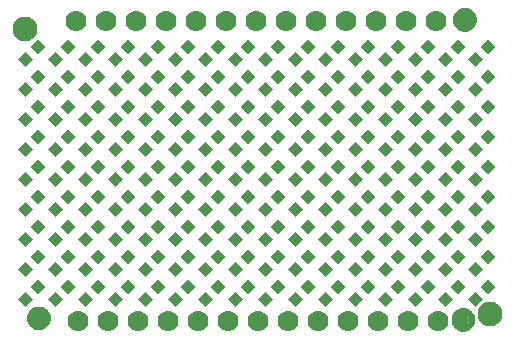
<source format=gbr>
G04 EAGLE Gerber RS-274X export*
G75*
%MOMM*%
%FSLAX34Y34*%
%LPD*%
%INSoldermask Top*%
%IPPOS*%
%AMOC8*
5,1,8,0,0,1.08239X$1,22.5*%
G01*
%ADD10C,2.101600*%
%ADD11R,0.901600X0.901600*%
%ADD12C,1.101600*%
%ADD13C,0.500000*%
%ADD14C,1.778000*%


D10*
X19050Y260350D03*
X412750Y19050D03*
D11*
G36*
X18827Y241102D02*
X25202Y234727D01*
X18827Y228352D01*
X12452Y234727D01*
X18827Y241102D01*
G37*
G36*
X29433Y251708D02*
X35808Y245333D01*
X29433Y238958D01*
X23058Y245333D01*
X29433Y251708D01*
G37*
G36*
X44227Y241102D02*
X50602Y234727D01*
X44227Y228352D01*
X37852Y234727D01*
X44227Y241102D01*
G37*
G36*
X54833Y251708D02*
X61208Y245333D01*
X54833Y238958D01*
X48458Y245333D01*
X54833Y251708D01*
G37*
G36*
X69627Y241102D02*
X76002Y234727D01*
X69627Y228352D01*
X63252Y234727D01*
X69627Y241102D01*
G37*
G36*
X80233Y251708D02*
X86608Y245333D01*
X80233Y238958D01*
X73858Y245333D01*
X80233Y251708D01*
G37*
G36*
X95027Y241102D02*
X101402Y234727D01*
X95027Y228352D01*
X88652Y234727D01*
X95027Y241102D01*
G37*
G36*
X105633Y251708D02*
X112008Y245333D01*
X105633Y238958D01*
X99258Y245333D01*
X105633Y251708D01*
G37*
G36*
X120427Y241102D02*
X126802Y234727D01*
X120427Y228352D01*
X114052Y234727D01*
X120427Y241102D01*
G37*
G36*
X131033Y251708D02*
X137408Y245333D01*
X131033Y238958D01*
X124658Y245333D01*
X131033Y251708D01*
G37*
G36*
X145827Y241102D02*
X152202Y234727D01*
X145827Y228352D01*
X139452Y234727D01*
X145827Y241102D01*
G37*
G36*
X156433Y251708D02*
X162808Y245333D01*
X156433Y238958D01*
X150058Y245333D01*
X156433Y251708D01*
G37*
G36*
X171227Y241102D02*
X177602Y234727D01*
X171227Y228352D01*
X164852Y234727D01*
X171227Y241102D01*
G37*
G36*
X181833Y251708D02*
X188208Y245333D01*
X181833Y238958D01*
X175458Y245333D01*
X181833Y251708D01*
G37*
G36*
X196627Y241102D02*
X203002Y234727D01*
X196627Y228352D01*
X190252Y234727D01*
X196627Y241102D01*
G37*
G36*
X207233Y251708D02*
X213608Y245333D01*
X207233Y238958D01*
X200858Y245333D01*
X207233Y251708D01*
G37*
G36*
X18827Y215702D02*
X25202Y209327D01*
X18827Y202952D01*
X12452Y209327D01*
X18827Y215702D01*
G37*
G36*
X29433Y226308D02*
X35808Y219933D01*
X29433Y213558D01*
X23058Y219933D01*
X29433Y226308D01*
G37*
G36*
X44227Y215702D02*
X50602Y209327D01*
X44227Y202952D01*
X37852Y209327D01*
X44227Y215702D01*
G37*
G36*
X54833Y226308D02*
X61208Y219933D01*
X54833Y213558D01*
X48458Y219933D01*
X54833Y226308D01*
G37*
G36*
X69627Y215702D02*
X76002Y209327D01*
X69627Y202952D01*
X63252Y209327D01*
X69627Y215702D01*
G37*
G36*
X80233Y226308D02*
X86608Y219933D01*
X80233Y213558D01*
X73858Y219933D01*
X80233Y226308D01*
G37*
G36*
X95027Y215702D02*
X101402Y209327D01*
X95027Y202952D01*
X88652Y209327D01*
X95027Y215702D01*
G37*
G36*
X105633Y226308D02*
X112008Y219933D01*
X105633Y213558D01*
X99258Y219933D01*
X105633Y226308D01*
G37*
G36*
X120427Y215702D02*
X126802Y209327D01*
X120427Y202952D01*
X114052Y209327D01*
X120427Y215702D01*
G37*
G36*
X131033Y226308D02*
X137408Y219933D01*
X131033Y213558D01*
X124658Y219933D01*
X131033Y226308D01*
G37*
G36*
X145827Y215702D02*
X152202Y209327D01*
X145827Y202952D01*
X139452Y209327D01*
X145827Y215702D01*
G37*
G36*
X156433Y226308D02*
X162808Y219933D01*
X156433Y213558D01*
X150058Y219933D01*
X156433Y226308D01*
G37*
G36*
X171227Y215702D02*
X177602Y209327D01*
X171227Y202952D01*
X164852Y209327D01*
X171227Y215702D01*
G37*
G36*
X181833Y226308D02*
X188208Y219933D01*
X181833Y213558D01*
X175458Y219933D01*
X181833Y226308D01*
G37*
G36*
X196627Y215702D02*
X203002Y209327D01*
X196627Y202952D01*
X190252Y209327D01*
X196627Y215702D01*
G37*
G36*
X207233Y226308D02*
X213608Y219933D01*
X207233Y213558D01*
X200858Y219933D01*
X207233Y226308D01*
G37*
G36*
X18827Y190302D02*
X25202Y183927D01*
X18827Y177552D01*
X12452Y183927D01*
X18827Y190302D01*
G37*
G36*
X29433Y200908D02*
X35808Y194533D01*
X29433Y188158D01*
X23058Y194533D01*
X29433Y200908D01*
G37*
G36*
X44227Y190302D02*
X50602Y183927D01*
X44227Y177552D01*
X37852Y183927D01*
X44227Y190302D01*
G37*
G36*
X54833Y200908D02*
X61208Y194533D01*
X54833Y188158D01*
X48458Y194533D01*
X54833Y200908D01*
G37*
G36*
X69627Y190302D02*
X76002Y183927D01*
X69627Y177552D01*
X63252Y183927D01*
X69627Y190302D01*
G37*
G36*
X80233Y200908D02*
X86608Y194533D01*
X80233Y188158D01*
X73858Y194533D01*
X80233Y200908D01*
G37*
G36*
X95027Y190302D02*
X101402Y183927D01*
X95027Y177552D01*
X88652Y183927D01*
X95027Y190302D01*
G37*
G36*
X105633Y200908D02*
X112008Y194533D01*
X105633Y188158D01*
X99258Y194533D01*
X105633Y200908D01*
G37*
G36*
X120427Y190302D02*
X126802Y183927D01*
X120427Y177552D01*
X114052Y183927D01*
X120427Y190302D01*
G37*
G36*
X131033Y200908D02*
X137408Y194533D01*
X131033Y188158D01*
X124658Y194533D01*
X131033Y200908D01*
G37*
G36*
X145827Y190302D02*
X152202Y183927D01*
X145827Y177552D01*
X139452Y183927D01*
X145827Y190302D01*
G37*
G36*
X156433Y200908D02*
X162808Y194533D01*
X156433Y188158D01*
X150058Y194533D01*
X156433Y200908D01*
G37*
G36*
X171227Y190302D02*
X177602Y183927D01*
X171227Y177552D01*
X164852Y183927D01*
X171227Y190302D01*
G37*
G36*
X181833Y200908D02*
X188208Y194533D01*
X181833Y188158D01*
X175458Y194533D01*
X181833Y200908D01*
G37*
G36*
X196627Y190302D02*
X203002Y183927D01*
X196627Y177552D01*
X190252Y183927D01*
X196627Y190302D01*
G37*
G36*
X207233Y200908D02*
X213608Y194533D01*
X207233Y188158D01*
X200858Y194533D01*
X207233Y200908D01*
G37*
G36*
X18827Y164902D02*
X25202Y158527D01*
X18827Y152152D01*
X12452Y158527D01*
X18827Y164902D01*
G37*
G36*
X29433Y175508D02*
X35808Y169133D01*
X29433Y162758D01*
X23058Y169133D01*
X29433Y175508D01*
G37*
G36*
X44227Y164902D02*
X50602Y158527D01*
X44227Y152152D01*
X37852Y158527D01*
X44227Y164902D01*
G37*
G36*
X54833Y175508D02*
X61208Y169133D01*
X54833Y162758D01*
X48458Y169133D01*
X54833Y175508D01*
G37*
G36*
X69627Y164902D02*
X76002Y158527D01*
X69627Y152152D01*
X63252Y158527D01*
X69627Y164902D01*
G37*
G36*
X80233Y175508D02*
X86608Y169133D01*
X80233Y162758D01*
X73858Y169133D01*
X80233Y175508D01*
G37*
G36*
X95027Y164902D02*
X101402Y158527D01*
X95027Y152152D01*
X88652Y158527D01*
X95027Y164902D01*
G37*
G36*
X105633Y175508D02*
X112008Y169133D01*
X105633Y162758D01*
X99258Y169133D01*
X105633Y175508D01*
G37*
G36*
X120427Y164902D02*
X126802Y158527D01*
X120427Y152152D01*
X114052Y158527D01*
X120427Y164902D01*
G37*
G36*
X131033Y175508D02*
X137408Y169133D01*
X131033Y162758D01*
X124658Y169133D01*
X131033Y175508D01*
G37*
G36*
X145827Y164902D02*
X152202Y158527D01*
X145827Y152152D01*
X139452Y158527D01*
X145827Y164902D01*
G37*
G36*
X156433Y175508D02*
X162808Y169133D01*
X156433Y162758D01*
X150058Y169133D01*
X156433Y175508D01*
G37*
G36*
X171227Y164902D02*
X177602Y158527D01*
X171227Y152152D01*
X164852Y158527D01*
X171227Y164902D01*
G37*
G36*
X181833Y175508D02*
X188208Y169133D01*
X181833Y162758D01*
X175458Y169133D01*
X181833Y175508D01*
G37*
G36*
X196627Y164902D02*
X203002Y158527D01*
X196627Y152152D01*
X190252Y158527D01*
X196627Y164902D01*
G37*
G36*
X207233Y175508D02*
X213608Y169133D01*
X207233Y162758D01*
X200858Y169133D01*
X207233Y175508D01*
G37*
G36*
X18827Y139502D02*
X25202Y133127D01*
X18827Y126752D01*
X12452Y133127D01*
X18827Y139502D01*
G37*
G36*
X29433Y150108D02*
X35808Y143733D01*
X29433Y137358D01*
X23058Y143733D01*
X29433Y150108D01*
G37*
G36*
X44227Y139502D02*
X50602Y133127D01*
X44227Y126752D01*
X37852Y133127D01*
X44227Y139502D01*
G37*
G36*
X54833Y150108D02*
X61208Y143733D01*
X54833Y137358D01*
X48458Y143733D01*
X54833Y150108D01*
G37*
G36*
X69627Y139502D02*
X76002Y133127D01*
X69627Y126752D01*
X63252Y133127D01*
X69627Y139502D01*
G37*
G36*
X80233Y150108D02*
X86608Y143733D01*
X80233Y137358D01*
X73858Y143733D01*
X80233Y150108D01*
G37*
G36*
X95027Y139502D02*
X101402Y133127D01*
X95027Y126752D01*
X88652Y133127D01*
X95027Y139502D01*
G37*
G36*
X105633Y150108D02*
X112008Y143733D01*
X105633Y137358D01*
X99258Y143733D01*
X105633Y150108D01*
G37*
G36*
X120427Y139502D02*
X126802Y133127D01*
X120427Y126752D01*
X114052Y133127D01*
X120427Y139502D01*
G37*
G36*
X131033Y150108D02*
X137408Y143733D01*
X131033Y137358D01*
X124658Y143733D01*
X131033Y150108D01*
G37*
G36*
X145827Y139502D02*
X152202Y133127D01*
X145827Y126752D01*
X139452Y133127D01*
X145827Y139502D01*
G37*
G36*
X156433Y150108D02*
X162808Y143733D01*
X156433Y137358D01*
X150058Y143733D01*
X156433Y150108D01*
G37*
G36*
X171227Y139502D02*
X177602Y133127D01*
X171227Y126752D01*
X164852Y133127D01*
X171227Y139502D01*
G37*
G36*
X181833Y150108D02*
X188208Y143733D01*
X181833Y137358D01*
X175458Y143733D01*
X181833Y150108D01*
G37*
G36*
X196627Y139502D02*
X203002Y133127D01*
X196627Y126752D01*
X190252Y133127D01*
X196627Y139502D01*
G37*
G36*
X207233Y150108D02*
X213608Y143733D01*
X207233Y137358D01*
X200858Y143733D01*
X207233Y150108D01*
G37*
G36*
X18827Y114102D02*
X25202Y107727D01*
X18827Y101352D01*
X12452Y107727D01*
X18827Y114102D01*
G37*
G36*
X29433Y124708D02*
X35808Y118333D01*
X29433Y111958D01*
X23058Y118333D01*
X29433Y124708D01*
G37*
G36*
X44227Y114102D02*
X50602Y107727D01*
X44227Y101352D01*
X37852Y107727D01*
X44227Y114102D01*
G37*
G36*
X54833Y124708D02*
X61208Y118333D01*
X54833Y111958D01*
X48458Y118333D01*
X54833Y124708D01*
G37*
G36*
X69627Y114102D02*
X76002Y107727D01*
X69627Y101352D01*
X63252Y107727D01*
X69627Y114102D01*
G37*
G36*
X80233Y124708D02*
X86608Y118333D01*
X80233Y111958D01*
X73858Y118333D01*
X80233Y124708D01*
G37*
G36*
X95027Y114102D02*
X101402Y107727D01*
X95027Y101352D01*
X88652Y107727D01*
X95027Y114102D01*
G37*
G36*
X105633Y124708D02*
X112008Y118333D01*
X105633Y111958D01*
X99258Y118333D01*
X105633Y124708D01*
G37*
G36*
X120427Y114102D02*
X126802Y107727D01*
X120427Y101352D01*
X114052Y107727D01*
X120427Y114102D01*
G37*
G36*
X131033Y124708D02*
X137408Y118333D01*
X131033Y111958D01*
X124658Y118333D01*
X131033Y124708D01*
G37*
G36*
X145827Y114102D02*
X152202Y107727D01*
X145827Y101352D01*
X139452Y107727D01*
X145827Y114102D01*
G37*
G36*
X156433Y124708D02*
X162808Y118333D01*
X156433Y111958D01*
X150058Y118333D01*
X156433Y124708D01*
G37*
G36*
X171227Y114102D02*
X177602Y107727D01*
X171227Y101352D01*
X164852Y107727D01*
X171227Y114102D01*
G37*
G36*
X181833Y124708D02*
X188208Y118333D01*
X181833Y111958D01*
X175458Y118333D01*
X181833Y124708D01*
G37*
G36*
X196627Y114102D02*
X203002Y107727D01*
X196627Y101352D01*
X190252Y107727D01*
X196627Y114102D01*
G37*
G36*
X207233Y124708D02*
X213608Y118333D01*
X207233Y111958D01*
X200858Y118333D01*
X207233Y124708D01*
G37*
G36*
X18827Y88702D02*
X25202Y82327D01*
X18827Y75952D01*
X12452Y82327D01*
X18827Y88702D01*
G37*
G36*
X29433Y99308D02*
X35808Y92933D01*
X29433Y86558D01*
X23058Y92933D01*
X29433Y99308D01*
G37*
G36*
X44227Y88702D02*
X50602Y82327D01*
X44227Y75952D01*
X37852Y82327D01*
X44227Y88702D01*
G37*
G36*
X54833Y99308D02*
X61208Y92933D01*
X54833Y86558D01*
X48458Y92933D01*
X54833Y99308D01*
G37*
G36*
X69627Y88702D02*
X76002Y82327D01*
X69627Y75952D01*
X63252Y82327D01*
X69627Y88702D01*
G37*
G36*
X80233Y99308D02*
X86608Y92933D01*
X80233Y86558D01*
X73858Y92933D01*
X80233Y99308D01*
G37*
G36*
X95027Y88702D02*
X101402Y82327D01*
X95027Y75952D01*
X88652Y82327D01*
X95027Y88702D01*
G37*
G36*
X105633Y99308D02*
X112008Y92933D01*
X105633Y86558D01*
X99258Y92933D01*
X105633Y99308D01*
G37*
G36*
X120427Y88702D02*
X126802Y82327D01*
X120427Y75952D01*
X114052Y82327D01*
X120427Y88702D01*
G37*
G36*
X131033Y99308D02*
X137408Y92933D01*
X131033Y86558D01*
X124658Y92933D01*
X131033Y99308D01*
G37*
G36*
X145827Y88702D02*
X152202Y82327D01*
X145827Y75952D01*
X139452Y82327D01*
X145827Y88702D01*
G37*
G36*
X156433Y99308D02*
X162808Y92933D01*
X156433Y86558D01*
X150058Y92933D01*
X156433Y99308D01*
G37*
G36*
X171227Y88702D02*
X177602Y82327D01*
X171227Y75952D01*
X164852Y82327D01*
X171227Y88702D01*
G37*
G36*
X181833Y99308D02*
X188208Y92933D01*
X181833Y86558D01*
X175458Y92933D01*
X181833Y99308D01*
G37*
G36*
X196627Y88702D02*
X203002Y82327D01*
X196627Y75952D01*
X190252Y82327D01*
X196627Y88702D01*
G37*
G36*
X207233Y99308D02*
X213608Y92933D01*
X207233Y86558D01*
X200858Y92933D01*
X207233Y99308D01*
G37*
G36*
X18827Y63302D02*
X25202Y56927D01*
X18827Y50552D01*
X12452Y56927D01*
X18827Y63302D01*
G37*
G36*
X29433Y73908D02*
X35808Y67533D01*
X29433Y61158D01*
X23058Y67533D01*
X29433Y73908D01*
G37*
G36*
X44227Y63302D02*
X50602Y56927D01*
X44227Y50552D01*
X37852Y56927D01*
X44227Y63302D01*
G37*
G36*
X54833Y73908D02*
X61208Y67533D01*
X54833Y61158D01*
X48458Y67533D01*
X54833Y73908D01*
G37*
G36*
X69627Y63302D02*
X76002Y56927D01*
X69627Y50552D01*
X63252Y56927D01*
X69627Y63302D01*
G37*
G36*
X80233Y73908D02*
X86608Y67533D01*
X80233Y61158D01*
X73858Y67533D01*
X80233Y73908D01*
G37*
G36*
X95027Y63302D02*
X101402Y56927D01*
X95027Y50552D01*
X88652Y56927D01*
X95027Y63302D01*
G37*
G36*
X105633Y73908D02*
X112008Y67533D01*
X105633Y61158D01*
X99258Y67533D01*
X105633Y73908D01*
G37*
G36*
X120427Y63302D02*
X126802Y56927D01*
X120427Y50552D01*
X114052Y56927D01*
X120427Y63302D01*
G37*
G36*
X131033Y73908D02*
X137408Y67533D01*
X131033Y61158D01*
X124658Y67533D01*
X131033Y73908D01*
G37*
G36*
X145827Y63302D02*
X152202Y56927D01*
X145827Y50552D01*
X139452Y56927D01*
X145827Y63302D01*
G37*
G36*
X156433Y73908D02*
X162808Y67533D01*
X156433Y61158D01*
X150058Y67533D01*
X156433Y73908D01*
G37*
G36*
X171227Y63302D02*
X177602Y56927D01*
X171227Y50552D01*
X164852Y56927D01*
X171227Y63302D01*
G37*
G36*
X181833Y73908D02*
X188208Y67533D01*
X181833Y61158D01*
X175458Y67533D01*
X181833Y73908D01*
G37*
G36*
X196627Y63302D02*
X203002Y56927D01*
X196627Y50552D01*
X190252Y56927D01*
X196627Y63302D01*
G37*
G36*
X207233Y73908D02*
X213608Y67533D01*
X207233Y61158D01*
X200858Y67533D01*
X207233Y73908D01*
G37*
G36*
X18827Y37902D02*
X25202Y31527D01*
X18827Y25152D01*
X12452Y31527D01*
X18827Y37902D01*
G37*
G36*
X29433Y48508D02*
X35808Y42133D01*
X29433Y35758D01*
X23058Y42133D01*
X29433Y48508D01*
G37*
G36*
X44227Y37902D02*
X50602Y31527D01*
X44227Y25152D01*
X37852Y31527D01*
X44227Y37902D01*
G37*
G36*
X54833Y48508D02*
X61208Y42133D01*
X54833Y35758D01*
X48458Y42133D01*
X54833Y48508D01*
G37*
G36*
X69627Y37902D02*
X76002Y31527D01*
X69627Y25152D01*
X63252Y31527D01*
X69627Y37902D01*
G37*
G36*
X80233Y48508D02*
X86608Y42133D01*
X80233Y35758D01*
X73858Y42133D01*
X80233Y48508D01*
G37*
G36*
X95027Y37902D02*
X101402Y31527D01*
X95027Y25152D01*
X88652Y31527D01*
X95027Y37902D01*
G37*
G36*
X105633Y48508D02*
X112008Y42133D01*
X105633Y35758D01*
X99258Y42133D01*
X105633Y48508D01*
G37*
G36*
X120427Y37902D02*
X126802Y31527D01*
X120427Y25152D01*
X114052Y31527D01*
X120427Y37902D01*
G37*
G36*
X131033Y48508D02*
X137408Y42133D01*
X131033Y35758D01*
X124658Y42133D01*
X131033Y48508D01*
G37*
G36*
X145827Y37902D02*
X152202Y31527D01*
X145827Y25152D01*
X139452Y31527D01*
X145827Y37902D01*
G37*
G36*
X156433Y48508D02*
X162808Y42133D01*
X156433Y35758D01*
X150058Y42133D01*
X156433Y48508D01*
G37*
G36*
X171227Y37902D02*
X177602Y31527D01*
X171227Y25152D01*
X164852Y31527D01*
X171227Y37902D01*
G37*
G36*
X181833Y48508D02*
X188208Y42133D01*
X181833Y35758D01*
X175458Y42133D01*
X181833Y48508D01*
G37*
G36*
X196627Y37902D02*
X203002Y31527D01*
X196627Y25152D01*
X190252Y31527D01*
X196627Y37902D01*
G37*
G36*
X207233Y48508D02*
X213608Y42133D01*
X207233Y35758D01*
X200858Y42133D01*
X207233Y48508D01*
G37*
G36*
X222027Y241102D02*
X228402Y234727D01*
X222027Y228352D01*
X215652Y234727D01*
X222027Y241102D01*
G37*
G36*
X232633Y251708D02*
X239008Y245333D01*
X232633Y238958D01*
X226258Y245333D01*
X232633Y251708D01*
G37*
G36*
X247427Y241102D02*
X253802Y234727D01*
X247427Y228352D01*
X241052Y234727D01*
X247427Y241102D01*
G37*
G36*
X258033Y251708D02*
X264408Y245333D01*
X258033Y238958D01*
X251658Y245333D01*
X258033Y251708D01*
G37*
G36*
X272827Y241102D02*
X279202Y234727D01*
X272827Y228352D01*
X266452Y234727D01*
X272827Y241102D01*
G37*
G36*
X283433Y251708D02*
X289808Y245333D01*
X283433Y238958D01*
X277058Y245333D01*
X283433Y251708D01*
G37*
G36*
X298227Y241102D02*
X304602Y234727D01*
X298227Y228352D01*
X291852Y234727D01*
X298227Y241102D01*
G37*
G36*
X308833Y251708D02*
X315208Y245333D01*
X308833Y238958D01*
X302458Y245333D01*
X308833Y251708D01*
G37*
G36*
X323627Y241102D02*
X330002Y234727D01*
X323627Y228352D01*
X317252Y234727D01*
X323627Y241102D01*
G37*
G36*
X334233Y251708D02*
X340608Y245333D01*
X334233Y238958D01*
X327858Y245333D01*
X334233Y251708D01*
G37*
G36*
X349027Y241102D02*
X355402Y234727D01*
X349027Y228352D01*
X342652Y234727D01*
X349027Y241102D01*
G37*
G36*
X359633Y251708D02*
X366008Y245333D01*
X359633Y238958D01*
X353258Y245333D01*
X359633Y251708D01*
G37*
G36*
X374427Y241102D02*
X380802Y234727D01*
X374427Y228352D01*
X368052Y234727D01*
X374427Y241102D01*
G37*
G36*
X385033Y251708D02*
X391408Y245333D01*
X385033Y238958D01*
X378658Y245333D01*
X385033Y251708D01*
G37*
G36*
X399827Y241102D02*
X406202Y234727D01*
X399827Y228352D01*
X393452Y234727D01*
X399827Y241102D01*
G37*
G36*
X410433Y251708D02*
X416808Y245333D01*
X410433Y238958D01*
X404058Y245333D01*
X410433Y251708D01*
G37*
G36*
X222027Y215702D02*
X228402Y209327D01*
X222027Y202952D01*
X215652Y209327D01*
X222027Y215702D01*
G37*
G36*
X232633Y226308D02*
X239008Y219933D01*
X232633Y213558D01*
X226258Y219933D01*
X232633Y226308D01*
G37*
G36*
X247427Y215702D02*
X253802Y209327D01*
X247427Y202952D01*
X241052Y209327D01*
X247427Y215702D01*
G37*
G36*
X258033Y226308D02*
X264408Y219933D01*
X258033Y213558D01*
X251658Y219933D01*
X258033Y226308D01*
G37*
G36*
X272827Y215702D02*
X279202Y209327D01*
X272827Y202952D01*
X266452Y209327D01*
X272827Y215702D01*
G37*
G36*
X283433Y226308D02*
X289808Y219933D01*
X283433Y213558D01*
X277058Y219933D01*
X283433Y226308D01*
G37*
G36*
X298227Y215702D02*
X304602Y209327D01*
X298227Y202952D01*
X291852Y209327D01*
X298227Y215702D01*
G37*
G36*
X308833Y226308D02*
X315208Y219933D01*
X308833Y213558D01*
X302458Y219933D01*
X308833Y226308D01*
G37*
G36*
X323627Y215702D02*
X330002Y209327D01*
X323627Y202952D01*
X317252Y209327D01*
X323627Y215702D01*
G37*
G36*
X334233Y226308D02*
X340608Y219933D01*
X334233Y213558D01*
X327858Y219933D01*
X334233Y226308D01*
G37*
G36*
X349027Y215702D02*
X355402Y209327D01*
X349027Y202952D01*
X342652Y209327D01*
X349027Y215702D01*
G37*
G36*
X359633Y226308D02*
X366008Y219933D01*
X359633Y213558D01*
X353258Y219933D01*
X359633Y226308D01*
G37*
G36*
X374427Y215702D02*
X380802Y209327D01*
X374427Y202952D01*
X368052Y209327D01*
X374427Y215702D01*
G37*
G36*
X385033Y226308D02*
X391408Y219933D01*
X385033Y213558D01*
X378658Y219933D01*
X385033Y226308D01*
G37*
G36*
X399827Y215702D02*
X406202Y209327D01*
X399827Y202952D01*
X393452Y209327D01*
X399827Y215702D01*
G37*
G36*
X410433Y226308D02*
X416808Y219933D01*
X410433Y213558D01*
X404058Y219933D01*
X410433Y226308D01*
G37*
G36*
X222027Y190302D02*
X228402Y183927D01*
X222027Y177552D01*
X215652Y183927D01*
X222027Y190302D01*
G37*
G36*
X232633Y200908D02*
X239008Y194533D01*
X232633Y188158D01*
X226258Y194533D01*
X232633Y200908D01*
G37*
G36*
X247427Y190302D02*
X253802Y183927D01*
X247427Y177552D01*
X241052Y183927D01*
X247427Y190302D01*
G37*
G36*
X258033Y200908D02*
X264408Y194533D01*
X258033Y188158D01*
X251658Y194533D01*
X258033Y200908D01*
G37*
G36*
X272827Y190302D02*
X279202Y183927D01*
X272827Y177552D01*
X266452Y183927D01*
X272827Y190302D01*
G37*
G36*
X283433Y200908D02*
X289808Y194533D01*
X283433Y188158D01*
X277058Y194533D01*
X283433Y200908D01*
G37*
G36*
X298227Y190302D02*
X304602Y183927D01*
X298227Y177552D01*
X291852Y183927D01*
X298227Y190302D01*
G37*
G36*
X308833Y200908D02*
X315208Y194533D01*
X308833Y188158D01*
X302458Y194533D01*
X308833Y200908D01*
G37*
G36*
X323627Y190302D02*
X330002Y183927D01*
X323627Y177552D01*
X317252Y183927D01*
X323627Y190302D01*
G37*
G36*
X334233Y200908D02*
X340608Y194533D01*
X334233Y188158D01*
X327858Y194533D01*
X334233Y200908D01*
G37*
G36*
X349027Y190302D02*
X355402Y183927D01*
X349027Y177552D01*
X342652Y183927D01*
X349027Y190302D01*
G37*
G36*
X359633Y200908D02*
X366008Y194533D01*
X359633Y188158D01*
X353258Y194533D01*
X359633Y200908D01*
G37*
G36*
X374427Y190302D02*
X380802Y183927D01*
X374427Y177552D01*
X368052Y183927D01*
X374427Y190302D01*
G37*
G36*
X385033Y200908D02*
X391408Y194533D01*
X385033Y188158D01*
X378658Y194533D01*
X385033Y200908D01*
G37*
G36*
X399827Y190302D02*
X406202Y183927D01*
X399827Y177552D01*
X393452Y183927D01*
X399827Y190302D01*
G37*
G36*
X410433Y200908D02*
X416808Y194533D01*
X410433Y188158D01*
X404058Y194533D01*
X410433Y200908D01*
G37*
G36*
X222027Y164902D02*
X228402Y158527D01*
X222027Y152152D01*
X215652Y158527D01*
X222027Y164902D01*
G37*
G36*
X232633Y175508D02*
X239008Y169133D01*
X232633Y162758D01*
X226258Y169133D01*
X232633Y175508D01*
G37*
G36*
X247427Y164902D02*
X253802Y158527D01*
X247427Y152152D01*
X241052Y158527D01*
X247427Y164902D01*
G37*
G36*
X258033Y175508D02*
X264408Y169133D01*
X258033Y162758D01*
X251658Y169133D01*
X258033Y175508D01*
G37*
G36*
X272827Y164902D02*
X279202Y158527D01*
X272827Y152152D01*
X266452Y158527D01*
X272827Y164902D01*
G37*
G36*
X283433Y175508D02*
X289808Y169133D01*
X283433Y162758D01*
X277058Y169133D01*
X283433Y175508D01*
G37*
G36*
X298227Y164902D02*
X304602Y158527D01*
X298227Y152152D01*
X291852Y158527D01*
X298227Y164902D01*
G37*
G36*
X308833Y175508D02*
X315208Y169133D01*
X308833Y162758D01*
X302458Y169133D01*
X308833Y175508D01*
G37*
G36*
X323627Y164902D02*
X330002Y158527D01*
X323627Y152152D01*
X317252Y158527D01*
X323627Y164902D01*
G37*
G36*
X334233Y175508D02*
X340608Y169133D01*
X334233Y162758D01*
X327858Y169133D01*
X334233Y175508D01*
G37*
G36*
X349027Y164902D02*
X355402Y158527D01*
X349027Y152152D01*
X342652Y158527D01*
X349027Y164902D01*
G37*
G36*
X359633Y175508D02*
X366008Y169133D01*
X359633Y162758D01*
X353258Y169133D01*
X359633Y175508D01*
G37*
G36*
X374427Y164902D02*
X380802Y158527D01*
X374427Y152152D01*
X368052Y158527D01*
X374427Y164902D01*
G37*
G36*
X385033Y175508D02*
X391408Y169133D01*
X385033Y162758D01*
X378658Y169133D01*
X385033Y175508D01*
G37*
G36*
X399827Y164902D02*
X406202Y158527D01*
X399827Y152152D01*
X393452Y158527D01*
X399827Y164902D01*
G37*
G36*
X410433Y175508D02*
X416808Y169133D01*
X410433Y162758D01*
X404058Y169133D01*
X410433Y175508D01*
G37*
G36*
X222027Y139502D02*
X228402Y133127D01*
X222027Y126752D01*
X215652Y133127D01*
X222027Y139502D01*
G37*
G36*
X232633Y150108D02*
X239008Y143733D01*
X232633Y137358D01*
X226258Y143733D01*
X232633Y150108D01*
G37*
G36*
X247427Y139502D02*
X253802Y133127D01*
X247427Y126752D01*
X241052Y133127D01*
X247427Y139502D01*
G37*
G36*
X258033Y150108D02*
X264408Y143733D01*
X258033Y137358D01*
X251658Y143733D01*
X258033Y150108D01*
G37*
G36*
X272827Y139502D02*
X279202Y133127D01*
X272827Y126752D01*
X266452Y133127D01*
X272827Y139502D01*
G37*
G36*
X283433Y150108D02*
X289808Y143733D01*
X283433Y137358D01*
X277058Y143733D01*
X283433Y150108D01*
G37*
G36*
X298227Y139502D02*
X304602Y133127D01*
X298227Y126752D01*
X291852Y133127D01*
X298227Y139502D01*
G37*
G36*
X308833Y150108D02*
X315208Y143733D01*
X308833Y137358D01*
X302458Y143733D01*
X308833Y150108D01*
G37*
G36*
X323627Y139502D02*
X330002Y133127D01*
X323627Y126752D01*
X317252Y133127D01*
X323627Y139502D01*
G37*
G36*
X334233Y150108D02*
X340608Y143733D01*
X334233Y137358D01*
X327858Y143733D01*
X334233Y150108D01*
G37*
G36*
X349027Y139502D02*
X355402Y133127D01*
X349027Y126752D01*
X342652Y133127D01*
X349027Y139502D01*
G37*
G36*
X359633Y150108D02*
X366008Y143733D01*
X359633Y137358D01*
X353258Y143733D01*
X359633Y150108D01*
G37*
G36*
X374427Y139502D02*
X380802Y133127D01*
X374427Y126752D01*
X368052Y133127D01*
X374427Y139502D01*
G37*
G36*
X385033Y150108D02*
X391408Y143733D01*
X385033Y137358D01*
X378658Y143733D01*
X385033Y150108D01*
G37*
G36*
X399827Y139502D02*
X406202Y133127D01*
X399827Y126752D01*
X393452Y133127D01*
X399827Y139502D01*
G37*
G36*
X410433Y150108D02*
X416808Y143733D01*
X410433Y137358D01*
X404058Y143733D01*
X410433Y150108D01*
G37*
G36*
X222027Y114102D02*
X228402Y107727D01*
X222027Y101352D01*
X215652Y107727D01*
X222027Y114102D01*
G37*
G36*
X232633Y124708D02*
X239008Y118333D01*
X232633Y111958D01*
X226258Y118333D01*
X232633Y124708D01*
G37*
G36*
X247427Y114102D02*
X253802Y107727D01*
X247427Y101352D01*
X241052Y107727D01*
X247427Y114102D01*
G37*
G36*
X258033Y124708D02*
X264408Y118333D01*
X258033Y111958D01*
X251658Y118333D01*
X258033Y124708D01*
G37*
G36*
X272827Y114102D02*
X279202Y107727D01*
X272827Y101352D01*
X266452Y107727D01*
X272827Y114102D01*
G37*
G36*
X283433Y124708D02*
X289808Y118333D01*
X283433Y111958D01*
X277058Y118333D01*
X283433Y124708D01*
G37*
G36*
X298227Y114102D02*
X304602Y107727D01*
X298227Y101352D01*
X291852Y107727D01*
X298227Y114102D01*
G37*
G36*
X308833Y124708D02*
X315208Y118333D01*
X308833Y111958D01*
X302458Y118333D01*
X308833Y124708D01*
G37*
G36*
X323627Y114102D02*
X330002Y107727D01*
X323627Y101352D01*
X317252Y107727D01*
X323627Y114102D01*
G37*
G36*
X334233Y124708D02*
X340608Y118333D01*
X334233Y111958D01*
X327858Y118333D01*
X334233Y124708D01*
G37*
G36*
X349027Y114102D02*
X355402Y107727D01*
X349027Y101352D01*
X342652Y107727D01*
X349027Y114102D01*
G37*
G36*
X359633Y124708D02*
X366008Y118333D01*
X359633Y111958D01*
X353258Y118333D01*
X359633Y124708D01*
G37*
G36*
X374427Y114102D02*
X380802Y107727D01*
X374427Y101352D01*
X368052Y107727D01*
X374427Y114102D01*
G37*
G36*
X385033Y124708D02*
X391408Y118333D01*
X385033Y111958D01*
X378658Y118333D01*
X385033Y124708D01*
G37*
G36*
X399827Y114102D02*
X406202Y107727D01*
X399827Y101352D01*
X393452Y107727D01*
X399827Y114102D01*
G37*
G36*
X410433Y124708D02*
X416808Y118333D01*
X410433Y111958D01*
X404058Y118333D01*
X410433Y124708D01*
G37*
G36*
X222027Y88702D02*
X228402Y82327D01*
X222027Y75952D01*
X215652Y82327D01*
X222027Y88702D01*
G37*
G36*
X232633Y99308D02*
X239008Y92933D01*
X232633Y86558D01*
X226258Y92933D01*
X232633Y99308D01*
G37*
G36*
X247427Y88702D02*
X253802Y82327D01*
X247427Y75952D01*
X241052Y82327D01*
X247427Y88702D01*
G37*
G36*
X258033Y99308D02*
X264408Y92933D01*
X258033Y86558D01*
X251658Y92933D01*
X258033Y99308D01*
G37*
G36*
X272827Y88702D02*
X279202Y82327D01*
X272827Y75952D01*
X266452Y82327D01*
X272827Y88702D01*
G37*
G36*
X283433Y99308D02*
X289808Y92933D01*
X283433Y86558D01*
X277058Y92933D01*
X283433Y99308D01*
G37*
G36*
X298227Y88702D02*
X304602Y82327D01*
X298227Y75952D01*
X291852Y82327D01*
X298227Y88702D01*
G37*
G36*
X308833Y99308D02*
X315208Y92933D01*
X308833Y86558D01*
X302458Y92933D01*
X308833Y99308D01*
G37*
G36*
X323627Y88702D02*
X330002Y82327D01*
X323627Y75952D01*
X317252Y82327D01*
X323627Y88702D01*
G37*
G36*
X334233Y99308D02*
X340608Y92933D01*
X334233Y86558D01*
X327858Y92933D01*
X334233Y99308D01*
G37*
G36*
X349027Y88702D02*
X355402Y82327D01*
X349027Y75952D01*
X342652Y82327D01*
X349027Y88702D01*
G37*
G36*
X359633Y99308D02*
X366008Y92933D01*
X359633Y86558D01*
X353258Y92933D01*
X359633Y99308D01*
G37*
G36*
X374427Y88702D02*
X380802Y82327D01*
X374427Y75952D01*
X368052Y82327D01*
X374427Y88702D01*
G37*
G36*
X385033Y99308D02*
X391408Y92933D01*
X385033Y86558D01*
X378658Y92933D01*
X385033Y99308D01*
G37*
G36*
X399827Y88702D02*
X406202Y82327D01*
X399827Y75952D01*
X393452Y82327D01*
X399827Y88702D01*
G37*
G36*
X410433Y99308D02*
X416808Y92933D01*
X410433Y86558D01*
X404058Y92933D01*
X410433Y99308D01*
G37*
G36*
X222027Y63302D02*
X228402Y56927D01*
X222027Y50552D01*
X215652Y56927D01*
X222027Y63302D01*
G37*
G36*
X232633Y73908D02*
X239008Y67533D01*
X232633Y61158D01*
X226258Y67533D01*
X232633Y73908D01*
G37*
G36*
X247427Y63302D02*
X253802Y56927D01*
X247427Y50552D01*
X241052Y56927D01*
X247427Y63302D01*
G37*
G36*
X258033Y73908D02*
X264408Y67533D01*
X258033Y61158D01*
X251658Y67533D01*
X258033Y73908D01*
G37*
G36*
X272827Y63302D02*
X279202Y56927D01*
X272827Y50552D01*
X266452Y56927D01*
X272827Y63302D01*
G37*
G36*
X283433Y73908D02*
X289808Y67533D01*
X283433Y61158D01*
X277058Y67533D01*
X283433Y73908D01*
G37*
G36*
X298227Y63302D02*
X304602Y56927D01*
X298227Y50552D01*
X291852Y56927D01*
X298227Y63302D01*
G37*
G36*
X308833Y73908D02*
X315208Y67533D01*
X308833Y61158D01*
X302458Y67533D01*
X308833Y73908D01*
G37*
G36*
X323627Y63302D02*
X330002Y56927D01*
X323627Y50552D01*
X317252Y56927D01*
X323627Y63302D01*
G37*
G36*
X334233Y73908D02*
X340608Y67533D01*
X334233Y61158D01*
X327858Y67533D01*
X334233Y73908D01*
G37*
G36*
X349027Y63302D02*
X355402Y56927D01*
X349027Y50552D01*
X342652Y56927D01*
X349027Y63302D01*
G37*
G36*
X359633Y73908D02*
X366008Y67533D01*
X359633Y61158D01*
X353258Y67533D01*
X359633Y73908D01*
G37*
G36*
X374427Y63302D02*
X380802Y56927D01*
X374427Y50552D01*
X368052Y56927D01*
X374427Y63302D01*
G37*
G36*
X385033Y73908D02*
X391408Y67533D01*
X385033Y61158D01*
X378658Y67533D01*
X385033Y73908D01*
G37*
G36*
X399827Y63302D02*
X406202Y56927D01*
X399827Y50552D01*
X393452Y56927D01*
X399827Y63302D01*
G37*
G36*
X410433Y73908D02*
X416808Y67533D01*
X410433Y61158D01*
X404058Y67533D01*
X410433Y73908D01*
G37*
G36*
X222027Y37902D02*
X228402Y31527D01*
X222027Y25152D01*
X215652Y31527D01*
X222027Y37902D01*
G37*
G36*
X232633Y48508D02*
X239008Y42133D01*
X232633Y35758D01*
X226258Y42133D01*
X232633Y48508D01*
G37*
G36*
X247427Y37902D02*
X253802Y31527D01*
X247427Y25152D01*
X241052Y31527D01*
X247427Y37902D01*
G37*
G36*
X258033Y48508D02*
X264408Y42133D01*
X258033Y35758D01*
X251658Y42133D01*
X258033Y48508D01*
G37*
G36*
X272827Y37902D02*
X279202Y31527D01*
X272827Y25152D01*
X266452Y31527D01*
X272827Y37902D01*
G37*
G36*
X283433Y48508D02*
X289808Y42133D01*
X283433Y35758D01*
X277058Y42133D01*
X283433Y48508D01*
G37*
G36*
X298227Y37902D02*
X304602Y31527D01*
X298227Y25152D01*
X291852Y31527D01*
X298227Y37902D01*
G37*
G36*
X308833Y48508D02*
X315208Y42133D01*
X308833Y35758D01*
X302458Y42133D01*
X308833Y48508D01*
G37*
G36*
X323627Y37902D02*
X330002Y31527D01*
X323627Y25152D01*
X317252Y31527D01*
X323627Y37902D01*
G37*
G36*
X334233Y48508D02*
X340608Y42133D01*
X334233Y35758D01*
X327858Y42133D01*
X334233Y48508D01*
G37*
G36*
X349027Y37902D02*
X355402Y31527D01*
X349027Y25152D01*
X342652Y31527D01*
X349027Y37902D01*
G37*
G36*
X359633Y48508D02*
X366008Y42133D01*
X359633Y35758D01*
X353258Y42133D01*
X359633Y48508D01*
G37*
G36*
X374427Y37902D02*
X380802Y31527D01*
X374427Y25152D01*
X368052Y31527D01*
X374427Y37902D01*
G37*
G36*
X385033Y48508D02*
X391408Y42133D01*
X385033Y35758D01*
X378658Y42133D01*
X385033Y48508D01*
G37*
G36*
X399827Y37902D02*
X406202Y31527D01*
X399827Y25152D01*
X393452Y31527D01*
X399827Y37902D01*
G37*
G36*
X410433Y48508D02*
X416808Y42133D01*
X410433Y35758D01*
X404058Y42133D01*
X410433Y48508D01*
G37*
D12*
X391160Y267970D03*
D13*
X391160Y275470D02*
X390979Y275468D01*
X390798Y275461D01*
X390617Y275450D01*
X390436Y275435D01*
X390256Y275415D01*
X390076Y275391D01*
X389897Y275363D01*
X389719Y275330D01*
X389542Y275293D01*
X389365Y275252D01*
X389190Y275207D01*
X389015Y275157D01*
X388842Y275103D01*
X388671Y275045D01*
X388500Y274983D01*
X388332Y274916D01*
X388165Y274846D01*
X387999Y274772D01*
X387836Y274693D01*
X387675Y274611D01*
X387515Y274525D01*
X387358Y274435D01*
X387203Y274341D01*
X387050Y274244D01*
X386900Y274142D01*
X386752Y274038D01*
X386606Y273929D01*
X386464Y273818D01*
X386324Y273702D01*
X386187Y273584D01*
X386052Y273462D01*
X385921Y273337D01*
X385793Y273209D01*
X385668Y273078D01*
X385546Y272943D01*
X385428Y272806D01*
X385312Y272666D01*
X385201Y272524D01*
X385092Y272378D01*
X384988Y272230D01*
X384886Y272080D01*
X384789Y271927D01*
X384695Y271772D01*
X384605Y271615D01*
X384519Y271455D01*
X384437Y271294D01*
X384358Y271131D01*
X384284Y270965D01*
X384214Y270798D01*
X384147Y270630D01*
X384085Y270459D01*
X384027Y270288D01*
X383973Y270115D01*
X383923Y269940D01*
X383878Y269765D01*
X383837Y269588D01*
X383800Y269411D01*
X383767Y269233D01*
X383739Y269054D01*
X383715Y268874D01*
X383695Y268694D01*
X383680Y268513D01*
X383669Y268332D01*
X383662Y268151D01*
X383660Y267970D01*
X391160Y275470D02*
X391341Y275468D01*
X391522Y275461D01*
X391703Y275450D01*
X391884Y275435D01*
X392064Y275415D01*
X392244Y275391D01*
X392423Y275363D01*
X392601Y275330D01*
X392778Y275293D01*
X392955Y275252D01*
X393130Y275207D01*
X393305Y275157D01*
X393478Y275103D01*
X393649Y275045D01*
X393820Y274983D01*
X393988Y274916D01*
X394155Y274846D01*
X394321Y274772D01*
X394484Y274693D01*
X394645Y274611D01*
X394805Y274525D01*
X394962Y274435D01*
X395117Y274341D01*
X395270Y274244D01*
X395420Y274142D01*
X395568Y274038D01*
X395714Y273929D01*
X395856Y273818D01*
X395996Y273702D01*
X396133Y273584D01*
X396268Y273462D01*
X396399Y273337D01*
X396527Y273209D01*
X396652Y273078D01*
X396774Y272943D01*
X396892Y272806D01*
X397008Y272666D01*
X397119Y272524D01*
X397228Y272378D01*
X397332Y272230D01*
X397434Y272080D01*
X397531Y271927D01*
X397625Y271772D01*
X397715Y271615D01*
X397801Y271455D01*
X397883Y271294D01*
X397962Y271131D01*
X398036Y270965D01*
X398106Y270798D01*
X398173Y270630D01*
X398235Y270459D01*
X398293Y270288D01*
X398347Y270115D01*
X398397Y269940D01*
X398442Y269765D01*
X398483Y269588D01*
X398520Y269411D01*
X398553Y269233D01*
X398581Y269054D01*
X398605Y268874D01*
X398625Y268694D01*
X398640Y268513D01*
X398651Y268332D01*
X398658Y268151D01*
X398660Y267970D01*
X398658Y267789D01*
X398651Y267608D01*
X398640Y267427D01*
X398625Y267246D01*
X398605Y267066D01*
X398581Y266886D01*
X398553Y266707D01*
X398520Y266529D01*
X398483Y266352D01*
X398442Y266175D01*
X398397Y266000D01*
X398347Y265825D01*
X398293Y265652D01*
X398235Y265481D01*
X398173Y265310D01*
X398106Y265142D01*
X398036Y264975D01*
X397962Y264809D01*
X397883Y264646D01*
X397801Y264485D01*
X397715Y264325D01*
X397625Y264168D01*
X397531Y264013D01*
X397434Y263860D01*
X397332Y263710D01*
X397228Y263562D01*
X397119Y263416D01*
X397008Y263274D01*
X396892Y263134D01*
X396774Y262997D01*
X396652Y262862D01*
X396527Y262731D01*
X396399Y262603D01*
X396268Y262478D01*
X396133Y262356D01*
X395996Y262238D01*
X395856Y262122D01*
X395714Y262011D01*
X395568Y261902D01*
X395420Y261798D01*
X395270Y261696D01*
X395117Y261599D01*
X394962Y261505D01*
X394805Y261415D01*
X394645Y261329D01*
X394484Y261247D01*
X394321Y261168D01*
X394155Y261094D01*
X393988Y261024D01*
X393820Y260957D01*
X393649Y260895D01*
X393478Y260837D01*
X393305Y260783D01*
X393130Y260733D01*
X392955Y260688D01*
X392778Y260647D01*
X392601Y260610D01*
X392423Y260577D01*
X392244Y260549D01*
X392064Y260525D01*
X391884Y260505D01*
X391703Y260490D01*
X391522Y260479D01*
X391341Y260472D01*
X391160Y260470D01*
X390979Y260472D01*
X390798Y260479D01*
X390617Y260490D01*
X390436Y260505D01*
X390256Y260525D01*
X390076Y260549D01*
X389897Y260577D01*
X389719Y260610D01*
X389542Y260647D01*
X389365Y260688D01*
X389190Y260733D01*
X389015Y260783D01*
X388842Y260837D01*
X388671Y260895D01*
X388500Y260957D01*
X388332Y261024D01*
X388165Y261094D01*
X387999Y261168D01*
X387836Y261247D01*
X387675Y261329D01*
X387515Y261415D01*
X387358Y261505D01*
X387203Y261599D01*
X387050Y261696D01*
X386900Y261798D01*
X386752Y261902D01*
X386606Y262011D01*
X386464Y262122D01*
X386324Y262238D01*
X386187Y262356D01*
X386052Y262478D01*
X385921Y262603D01*
X385793Y262731D01*
X385668Y262862D01*
X385546Y262997D01*
X385428Y263134D01*
X385312Y263274D01*
X385201Y263416D01*
X385092Y263562D01*
X384988Y263710D01*
X384886Y263860D01*
X384789Y264013D01*
X384695Y264168D01*
X384605Y264325D01*
X384519Y264485D01*
X384437Y264646D01*
X384358Y264809D01*
X384284Y264975D01*
X384214Y265142D01*
X384147Y265310D01*
X384085Y265481D01*
X384027Y265652D01*
X383973Y265825D01*
X383923Y266000D01*
X383878Y266175D01*
X383837Y266352D01*
X383800Y266529D01*
X383767Y266707D01*
X383739Y266886D01*
X383715Y267066D01*
X383695Y267246D01*
X383680Y267427D01*
X383669Y267608D01*
X383662Y267789D01*
X383660Y267970D01*
D12*
X30480Y15240D03*
D13*
X30480Y22740D02*
X30299Y22738D01*
X30118Y22731D01*
X29937Y22720D01*
X29756Y22705D01*
X29576Y22685D01*
X29396Y22661D01*
X29217Y22633D01*
X29039Y22600D01*
X28862Y22563D01*
X28685Y22522D01*
X28510Y22477D01*
X28335Y22427D01*
X28162Y22373D01*
X27991Y22315D01*
X27820Y22253D01*
X27652Y22186D01*
X27485Y22116D01*
X27319Y22042D01*
X27156Y21963D01*
X26995Y21881D01*
X26835Y21795D01*
X26678Y21705D01*
X26523Y21611D01*
X26370Y21514D01*
X26220Y21412D01*
X26072Y21308D01*
X25926Y21199D01*
X25784Y21088D01*
X25644Y20972D01*
X25507Y20854D01*
X25372Y20732D01*
X25241Y20607D01*
X25113Y20479D01*
X24988Y20348D01*
X24866Y20213D01*
X24748Y20076D01*
X24632Y19936D01*
X24521Y19794D01*
X24412Y19648D01*
X24308Y19500D01*
X24206Y19350D01*
X24109Y19197D01*
X24015Y19042D01*
X23925Y18885D01*
X23839Y18725D01*
X23757Y18564D01*
X23678Y18401D01*
X23604Y18235D01*
X23534Y18068D01*
X23467Y17900D01*
X23405Y17729D01*
X23347Y17558D01*
X23293Y17385D01*
X23243Y17210D01*
X23198Y17035D01*
X23157Y16858D01*
X23120Y16681D01*
X23087Y16503D01*
X23059Y16324D01*
X23035Y16144D01*
X23015Y15964D01*
X23000Y15783D01*
X22989Y15602D01*
X22982Y15421D01*
X22980Y15240D01*
X30480Y22740D02*
X30661Y22738D01*
X30842Y22731D01*
X31023Y22720D01*
X31204Y22705D01*
X31384Y22685D01*
X31564Y22661D01*
X31743Y22633D01*
X31921Y22600D01*
X32098Y22563D01*
X32275Y22522D01*
X32450Y22477D01*
X32625Y22427D01*
X32798Y22373D01*
X32969Y22315D01*
X33140Y22253D01*
X33308Y22186D01*
X33475Y22116D01*
X33641Y22042D01*
X33804Y21963D01*
X33965Y21881D01*
X34125Y21795D01*
X34282Y21705D01*
X34437Y21611D01*
X34590Y21514D01*
X34740Y21412D01*
X34888Y21308D01*
X35034Y21199D01*
X35176Y21088D01*
X35316Y20972D01*
X35453Y20854D01*
X35588Y20732D01*
X35719Y20607D01*
X35847Y20479D01*
X35972Y20348D01*
X36094Y20213D01*
X36212Y20076D01*
X36328Y19936D01*
X36439Y19794D01*
X36548Y19648D01*
X36652Y19500D01*
X36754Y19350D01*
X36851Y19197D01*
X36945Y19042D01*
X37035Y18885D01*
X37121Y18725D01*
X37203Y18564D01*
X37282Y18401D01*
X37356Y18235D01*
X37426Y18068D01*
X37493Y17900D01*
X37555Y17729D01*
X37613Y17558D01*
X37667Y17385D01*
X37717Y17210D01*
X37762Y17035D01*
X37803Y16858D01*
X37840Y16681D01*
X37873Y16503D01*
X37901Y16324D01*
X37925Y16144D01*
X37945Y15964D01*
X37960Y15783D01*
X37971Y15602D01*
X37978Y15421D01*
X37980Y15240D01*
X37978Y15059D01*
X37971Y14878D01*
X37960Y14697D01*
X37945Y14516D01*
X37925Y14336D01*
X37901Y14156D01*
X37873Y13977D01*
X37840Y13799D01*
X37803Y13622D01*
X37762Y13445D01*
X37717Y13270D01*
X37667Y13095D01*
X37613Y12922D01*
X37555Y12751D01*
X37493Y12580D01*
X37426Y12412D01*
X37356Y12245D01*
X37282Y12079D01*
X37203Y11916D01*
X37121Y11755D01*
X37035Y11595D01*
X36945Y11438D01*
X36851Y11283D01*
X36754Y11130D01*
X36652Y10980D01*
X36548Y10832D01*
X36439Y10686D01*
X36328Y10544D01*
X36212Y10404D01*
X36094Y10267D01*
X35972Y10132D01*
X35847Y10001D01*
X35719Y9873D01*
X35588Y9748D01*
X35453Y9626D01*
X35316Y9508D01*
X35176Y9392D01*
X35034Y9281D01*
X34888Y9172D01*
X34740Y9068D01*
X34590Y8966D01*
X34437Y8869D01*
X34282Y8775D01*
X34125Y8685D01*
X33965Y8599D01*
X33804Y8517D01*
X33641Y8438D01*
X33475Y8364D01*
X33308Y8294D01*
X33140Y8227D01*
X32969Y8165D01*
X32798Y8107D01*
X32625Y8053D01*
X32450Y8003D01*
X32275Y7958D01*
X32098Y7917D01*
X31921Y7880D01*
X31743Y7847D01*
X31564Y7819D01*
X31384Y7795D01*
X31204Y7775D01*
X31023Y7760D01*
X30842Y7749D01*
X30661Y7742D01*
X30480Y7740D01*
X30299Y7742D01*
X30118Y7749D01*
X29937Y7760D01*
X29756Y7775D01*
X29576Y7795D01*
X29396Y7819D01*
X29217Y7847D01*
X29039Y7880D01*
X28862Y7917D01*
X28685Y7958D01*
X28510Y8003D01*
X28335Y8053D01*
X28162Y8107D01*
X27991Y8165D01*
X27820Y8227D01*
X27652Y8294D01*
X27485Y8364D01*
X27319Y8438D01*
X27156Y8517D01*
X26995Y8599D01*
X26835Y8685D01*
X26678Y8775D01*
X26523Y8869D01*
X26370Y8966D01*
X26220Y9068D01*
X26072Y9172D01*
X25926Y9281D01*
X25784Y9392D01*
X25644Y9508D01*
X25507Y9626D01*
X25372Y9748D01*
X25241Y9873D01*
X25113Y10001D01*
X24988Y10132D01*
X24866Y10267D01*
X24748Y10404D01*
X24632Y10544D01*
X24521Y10686D01*
X24412Y10832D01*
X24308Y10980D01*
X24206Y11130D01*
X24109Y11283D01*
X24015Y11438D01*
X23925Y11595D01*
X23839Y11755D01*
X23757Y11916D01*
X23678Y12079D01*
X23604Y12245D01*
X23534Y12412D01*
X23467Y12580D01*
X23405Y12751D01*
X23347Y12922D01*
X23293Y13095D01*
X23243Y13270D01*
X23198Y13445D01*
X23157Y13622D01*
X23120Y13799D01*
X23087Y13977D01*
X23059Y14156D01*
X23035Y14336D01*
X23015Y14516D01*
X23000Y14697D01*
X22989Y14878D01*
X22982Y15059D01*
X22980Y15240D01*
D14*
X62230Y266700D03*
X87630Y266700D03*
X113030Y266700D03*
X138430Y266700D03*
X163830Y266700D03*
X189230Y266700D03*
X214630Y266700D03*
X240030Y266700D03*
X265430Y266700D03*
X290830Y266700D03*
X316230Y266700D03*
X341630Y266700D03*
X367030Y266700D03*
X63500Y12700D03*
X88900Y12700D03*
X114300Y12700D03*
X139700Y12700D03*
X165100Y12700D03*
X190500Y12700D03*
X215900Y12700D03*
X241300Y12700D03*
X266700Y12700D03*
X292100Y12700D03*
X317500Y12700D03*
X342900Y12700D03*
X368300Y12700D03*
D12*
X389890Y13970D03*
D13*
X389890Y21470D02*
X389709Y21468D01*
X389528Y21461D01*
X389347Y21450D01*
X389166Y21435D01*
X388986Y21415D01*
X388806Y21391D01*
X388627Y21363D01*
X388449Y21330D01*
X388272Y21293D01*
X388095Y21252D01*
X387920Y21207D01*
X387745Y21157D01*
X387572Y21103D01*
X387401Y21045D01*
X387230Y20983D01*
X387062Y20916D01*
X386895Y20846D01*
X386729Y20772D01*
X386566Y20693D01*
X386405Y20611D01*
X386245Y20525D01*
X386088Y20435D01*
X385933Y20341D01*
X385780Y20244D01*
X385630Y20142D01*
X385482Y20038D01*
X385336Y19929D01*
X385194Y19818D01*
X385054Y19702D01*
X384917Y19584D01*
X384782Y19462D01*
X384651Y19337D01*
X384523Y19209D01*
X384398Y19078D01*
X384276Y18943D01*
X384158Y18806D01*
X384042Y18666D01*
X383931Y18524D01*
X383822Y18378D01*
X383718Y18230D01*
X383616Y18080D01*
X383519Y17927D01*
X383425Y17772D01*
X383335Y17615D01*
X383249Y17455D01*
X383167Y17294D01*
X383088Y17131D01*
X383014Y16965D01*
X382944Y16798D01*
X382877Y16630D01*
X382815Y16459D01*
X382757Y16288D01*
X382703Y16115D01*
X382653Y15940D01*
X382608Y15765D01*
X382567Y15588D01*
X382530Y15411D01*
X382497Y15233D01*
X382469Y15054D01*
X382445Y14874D01*
X382425Y14694D01*
X382410Y14513D01*
X382399Y14332D01*
X382392Y14151D01*
X382390Y13970D01*
X389890Y21470D02*
X390071Y21468D01*
X390252Y21461D01*
X390433Y21450D01*
X390614Y21435D01*
X390794Y21415D01*
X390974Y21391D01*
X391153Y21363D01*
X391331Y21330D01*
X391508Y21293D01*
X391685Y21252D01*
X391860Y21207D01*
X392035Y21157D01*
X392208Y21103D01*
X392379Y21045D01*
X392550Y20983D01*
X392718Y20916D01*
X392885Y20846D01*
X393051Y20772D01*
X393214Y20693D01*
X393375Y20611D01*
X393535Y20525D01*
X393692Y20435D01*
X393847Y20341D01*
X394000Y20244D01*
X394150Y20142D01*
X394298Y20038D01*
X394444Y19929D01*
X394586Y19818D01*
X394726Y19702D01*
X394863Y19584D01*
X394998Y19462D01*
X395129Y19337D01*
X395257Y19209D01*
X395382Y19078D01*
X395504Y18943D01*
X395622Y18806D01*
X395738Y18666D01*
X395849Y18524D01*
X395958Y18378D01*
X396062Y18230D01*
X396164Y18080D01*
X396261Y17927D01*
X396355Y17772D01*
X396445Y17615D01*
X396531Y17455D01*
X396613Y17294D01*
X396692Y17131D01*
X396766Y16965D01*
X396836Y16798D01*
X396903Y16630D01*
X396965Y16459D01*
X397023Y16288D01*
X397077Y16115D01*
X397127Y15940D01*
X397172Y15765D01*
X397213Y15588D01*
X397250Y15411D01*
X397283Y15233D01*
X397311Y15054D01*
X397335Y14874D01*
X397355Y14694D01*
X397370Y14513D01*
X397381Y14332D01*
X397388Y14151D01*
X397390Y13970D01*
X397388Y13789D01*
X397381Y13608D01*
X397370Y13427D01*
X397355Y13246D01*
X397335Y13066D01*
X397311Y12886D01*
X397283Y12707D01*
X397250Y12529D01*
X397213Y12352D01*
X397172Y12175D01*
X397127Y12000D01*
X397077Y11825D01*
X397023Y11652D01*
X396965Y11481D01*
X396903Y11310D01*
X396836Y11142D01*
X396766Y10975D01*
X396692Y10809D01*
X396613Y10646D01*
X396531Y10485D01*
X396445Y10325D01*
X396355Y10168D01*
X396261Y10013D01*
X396164Y9860D01*
X396062Y9710D01*
X395958Y9562D01*
X395849Y9416D01*
X395738Y9274D01*
X395622Y9134D01*
X395504Y8997D01*
X395382Y8862D01*
X395257Y8731D01*
X395129Y8603D01*
X394998Y8478D01*
X394863Y8356D01*
X394726Y8238D01*
X394586Y8122D01*
X394444Y8011D01*
X394298Y7902D01*
X394150Y7798D01*
X394000Y7696D01*
X393847Y7599D01*
X393692Y7505D01*
X393535Y7415D01*
X393375Y7329D01*
X393214Y7247D01*
X393051Y7168D01*
X392885Y7094D01*
X392718Y7024D01*
X392550Y6957D01*
X392379Y6895D01*
X392208Y6837D01*
X392035Y6783D01*
X391860Y6733D01*
X391685Y6688D01*
X391508Y6647D01*
X391331Y6610D01*
X391153Y6577D01*
X390974Y6549D01*
X390794Y6525D01*
X390614Y6505D01*
X390433Y6490D01*
X390252Y6479D01*
X390071Y6472D01*
X389890Y6470D01*
X389709Y6472D01*
X389528Y6479D01*
X389347Y6490D01*
X389166Y6505D01*
X388986Y6525D01*
X388806Y6549D01*
X388627Y6577D01*
X388449Y6610D01*
X388272Y6647D01*
X388095Y6688D01*
X387920Y6733D01*
X387745Y6783D01*
X387572Y6837D01*
X387401Y6895D01*
X387230Y6957D01*
X387062Y7024D01*
X386895Y7094D01*
X386729Y7168D01*
X386566Y7247D01*
X386405Y7329D01*
X386245Y7415D01*
X386088Y7505D01*
X385933Y7599D01*
X385780Y7696D01*
X385630Y7798D01*
X385482Y7902D01*
X385336Y8011D01*
X385194Y8122D01*
X385054Y8238D01*
X384917Y8356D01*
X384782Y8478D01*
X384651Y8603D01*
X384523Y8731D01*
X384398Y8862D01*
X384276Y8997D01*
X384158Y9134D01*
X384042Y9274D01*
X383931Y9416D01*
X383822Y9562D01*
X383718Y9710D01*
X383616Y9860D01*
X383519Y10013D01*
X383425Y10168D01*
X383335Y10325D01*
X383249Y10485D01*
X383167Y10646D01*
X383088Y10809D01*
X383014Y10975D01*
X382944Y11142D01*
X382877Y11310D01*
X382815Y11481D01*
X382757Y11652D01*
X382703Y11825D01*
X382653Y12000D01*
X382608Y12175D01*
X382567Y12352D01*
X382530Y12529D01*
X382497Y12707D01*
X382469Y12886D01*
X382445Y13066D01*
X382425Y13246D01*
X382410Y13427D01*
X382399Y13608D01*
X382392Y13789D01*
X382390Y13970D01*
M02*

</source>
